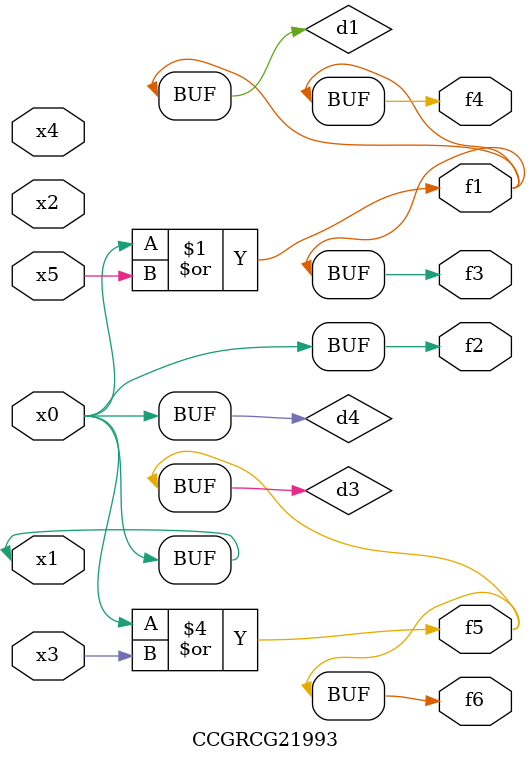
<source format=v>
module CCGRCG21993(
	input x0, x1, x2, x3, x4, x5,
	output f1, f2, f3, f4, f5, f6
);

	wire d1, d2, d3, d4;

	or (d1, x0, x5);
	xnor (d2, x1, x4);
	or (d3, x0, x3);
	buf (d4, x0, x1);
	assign f1 = d1;
	assign f2 = d4;
	assign f3 = d1;
	assign f4 = d1;
	assign f5 = d3;
	assign f6 = d3;
endmodule

</source>
